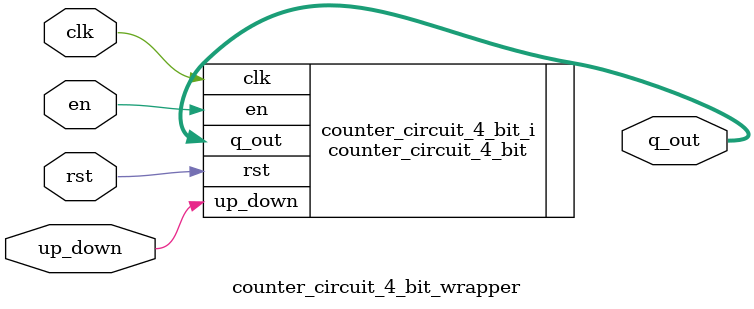
<source format=v>
`timescale 1 ps / 1 ps

module counter_circuit_4_bit_wrapper
   (clk,
    en,
    q_out,
    rst,
    up_down);
  input clk;
  input en;
  output [3:0]q_out;
  input rst;
  input up_down;

  wire clk;
  wire en;
  wire [3:0]q_out;
  wire rst;
  wire up_down;

  counter_circuit_4_bit counter_circuit_4_bit_i
       (.clk(clk),
        .en(en),
        .q_out(q_out),
        .rst(rst),
        .up_down(up_down));
endmodule

</source>
